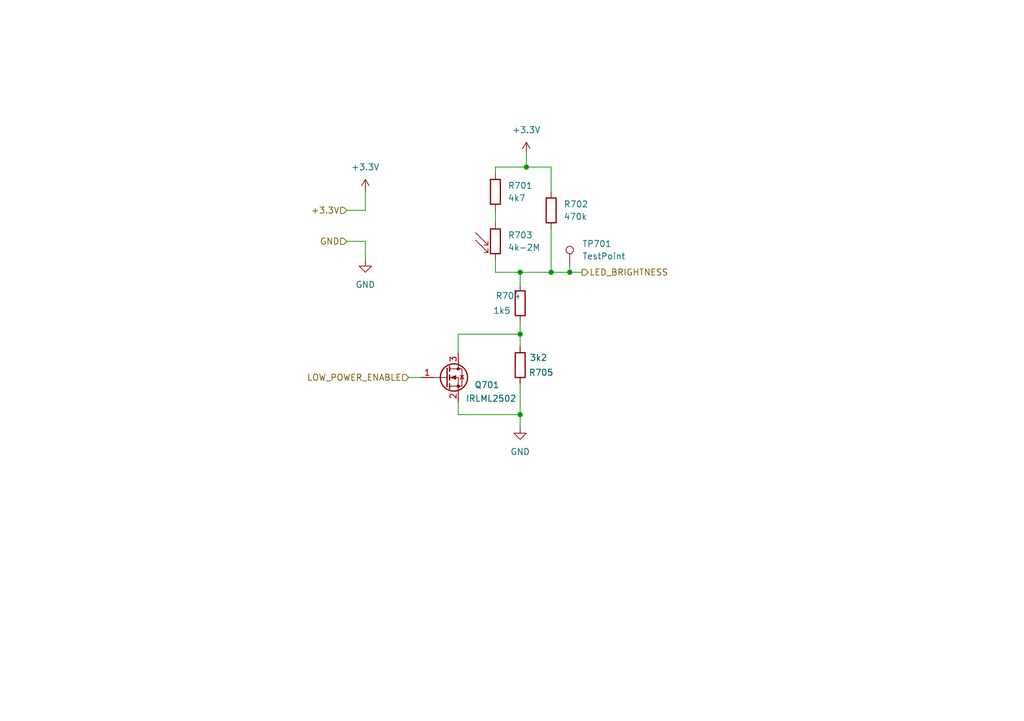
<source format=kicad_sch>
(kicad_sch (version 20250114) (generator "eeschema") (generator_version "9.0")
  (paper "A5")
  (lib_symbols
    (symbol "Connector:TestPoint" (pin_numbers (hide yes)) (pin_names (offset 0.762) (hide yes))
      (property "Reference" "TP" (at 0 6.858 0))
      (property "Value" "TestPoint" (at 0 5.08 0))
      (symbol "TestPoint_0_1"
        (circle (center 0 3.302) (radius 0.762))
      )
      (symbol "TestPoint_1_1"
        (pin passive line (at 0 0 90) (length 2.54) (name "1") (number "1"))
      )
    )
    (symbol "Device:R" (pin_numbers (hide yes)) (pin_names (offset 0))
      (property "Reference" "R" (at 2.032 0 90))
      (property "Value" "R" (at 0 0 90))
      (symbol "R_0_1"
        (rectangle (start -1.016 -2.54) (end 1.016 2.54) (stroke (width 0.254)))
      )
      (symbol "R_1_1"
        (pin passive line (at 0 3.81 270) (length 1.27) (name "~") (number "1"))
        (pin passive line (at 0 -3.81 90) (length 1.27) (name "~") (number "2"))
      )
    )
    (symbol "Device:R_Photo" (pin_numbers (hide yes)) (pin_names (offset 0))
      (property "Reference" "R" (at 1.27 1.27 0))
      (property "Value" "R_Photo" (at 1.27 0 0))
      (symbol "R_Photo_0_1"
        (polyline (pts (xy -1.524 -0.762) (xy -4.064 1.778)))
        (polyline (pts (xy -1.524 -0.762) (xy -2.286 -0.762)))
        (polyline (pts (xy -1.524 -0.762) (xy -1.524 0)))
        (polyline (pts (xy -1.524 -2.286) (xy -4.064 0.254)))
        (polyline (pts (xy -1.524 -2.286) (xy -2.286 -2.286)))
        (polyline (pts (xy -1.524 -2.286) (xy -1.524 -1.524)))
        (rectangle (start -1.016 2.54) (end 1.016 -2.54) (stroke (width 0.254)))
      )
      (symbol "R_Photo_1_1"
        (pin passive line (at 0 3.81 270) (length 1.27) (name "~") (number "1"))
        (pin passive line (at 0 -3.81 90) (length 1.27) (name "~") (number "2"))
      )
    )
    (symbol "Transistor_FET:IRLML2060" (pin_names (offset 0) (hide yes))
      (property "Reference" "Q" (at 5.08 1.905 0))
      (property "Value" "IRLML2060" (at 5.08 0 0))
      (symbol "IRLML2060_0_1"
        (polyline (pts (xy 0.254 1.905) (xy 0.254 -1.905)) (stroke (width 0.254)))
        (polyline (pts (xy 0.254 0) (xy -2.54 0)))
        (polyline (pts (xy 0.762 2.286) (xy 0.762 1.27)) (stroke (width 0.254)))
        (polyline (pts (xy 0.762 0.508) (xy 0.762 -0.508)) (stroke (width 0.254)))
        (polyline (pts (xy 0.762 -1.27) (xy 0.762 -2.286)) (stroke (width 0.254)))
        (polyline (pts (xy 0.762 -1.778) (xy 3.302 -1.778) (xy 3.302 1.778) (xy 0.762 1.778)))
        (polyline (pts (xy 1.016 0) (xy 2.032 0.381) (xy 2.032 -0.381) (xy 1.016 0)) (fill (type outline)))
        (circle (center 1.651 0) (radius 2.794) (stroke (width 0.254)))
        (polyline (pts (xy 2.54 2.54) (xy 2.54 1.778)))
        (circle (center 2.54 1.778) (radius 0.254) (fill (type outline)))
        (circle (center 2.54 -1.778) (radius 0.254) (fill (type outline)))
        (polyline (pts (xy 2.54 -2.54) (xy 2.54 0) (xy 0.762 0)))
        (polyline (pts (xy 2.921 0.381) (xy 3.683 0.381)))
        (polyline (pts (xy 3.302 0.381) (xy 2.921 -0.254) (xy 3.683 -0.254) (xy 3.302 0.381)))
      )
      (symbol "IRLML2060_1_1"
        (pin input line (at -5.08 0 0) (length 2.54) (name "G") (number "1"))
        (pin passive line (at 2.54 5.08 270) (length 2.54) (name "D") (number "3"))
        (pin passive line (at 2.54 -5.08 90) (length 2.54) (name "S") (number "2"))
      )
    )
    (symbol "power:+3.3V" (power) (pin_numbers (hide yes)) (pin_names (offset 0) (hide yes))
      (property "Value" "+3.3V" (at 0 3.556 0))
      (symbol "+3.3V_0_1"
        (polyline (pts (xy -0.762 1.27) (xy 0 2.54)))
        (polyline (pts (xy 0 2.54) (xy 0.762 1.27)))
        (polyline (pts (xy 0 0) (xy 0 2.54)))
      )
      (symbol "+3.3V_1_1"
        (pin power_in line (at 0 0 90) (length 0) (name "~") (number "1"))
      )
    )
    (symbol "power:GND" (power) (pin_numbers (hide yes)) (pin_names (offset 0) (hide yes))
      (property "Value" "GND" (at 0 -3.81 0))
      (symbol "GND_0_1"
        (polyline (pts (xy 0 0) (xy 0 -1.27) (xy 1.27 -1.27) (xy 0 -2.54) (xy -1.27 -1.27) (xy 0 -1.27)))
      )
      (symbol "GND_1_1"
        (pin power_in line (at 0 0 270) (length 0) (name "~") (number "1"))
      )
    )
  )
  (junction (at 107.95 34.29))
  (junction (at 106.68 55.88))
  (junction (at 113.03 55.88))
  (junction (at 106.68 85.09))
  (junction (at 116.84 55.88))
  (junction (at 106.68 68.58))
  (wire (pts (xy 106.68 55.88) (xy 113.03 55.88)))
  (wire (pts (xy 101.6 34.29) (xy 101.6 35.56)))
  (wire (pts (xy 113.03 34.29) (xy 107.95 34.29)))
  (wire (pts (xy 74.93 43.18) (xy 74.93 39.37)))
  (wire (pts (xy 74.93 49.53) (xy 74.93 53.34)))
  (wire (pts (xy 113.03 39.37) (xy 113.03 34.29)))
  (wire (pts (xy 116.84 54.61) (xy 116.84 55.88)))
  (wire (pts (xy 113.03 55.88) (xy 113.03 46.99)))
  (wire (pts (xy 106.68 78.74) (xy 106.68 85.09)))
  (wire (pts (xy 106.68 68.58) (xy 106.68 71.12)))
  (wire (pts (xy 101.6 34.29) (xy 107.95 34.29)))
  (wire (pts (xy 93.98 82.55) (xy 93.98 85.09)))
  (wire (pts (xy 71.12 49.53) (xy 74.93 49.53)))
  (wire (pts (xy 93.98 72.39) (xy 93.98 68.58)))
  (wire (pts (xy 71.12 43.18) (xy 74.93 43.18)))
  (wire (pts (xy 106.68 55.88) (xy 106.68 58.42)))
  (wire (pts (xy 101.6 55.88) (xy 106.68 55.88)))
  (wire (pts (xy 106.68 66.04) (xy 106.68 68.58)))
  (wire (pts (xy 83.82 77.47) (xy 86.36 77.47)))
  (wire (pts (xy 101.6 53.34) (xy 101.6 55.88)))
  (wire (pts (xy 106.68 85.09) (xy 106.68 87.63)))
  (wire (pts (xy 93.98 68.58) (xy 106.68 68.58)))
  (wire (pts (xy 116.84 55.88) (xy 119.38 55.88)))
  (wire (pts (xy 93.98 85.09) (xy 106.68 85.09)))
  (wire (pts (xy 101.6 43.18) (xy 101.6 45.72)))
  (wire (pts (xy 113.03 55.88) (xy 116.84 55.88)))
  (wire (pts (xy 107.95 31.75) (xy 107.95 34.29)))
  (hierarchical_label "LOW_POWER_ENABLE" (shape input) (at 83.82 77.47 180))
  (hierarchical_label "+3.3V" (shape input) (at 71.12 43.18 180))
  (hierarchical_label "LED_BRIGHTNESS" (shape output) (at 119.38 55.88 0))
  (hierarchical_label "GND" (shape input) (at 71.12 49.53 180))
  (symbol (lib_id "Transistor_FET:IRLML2060") (at 91.44 77.47 0) (unit 1)
    (property "Reference" "Q701" (at 97.282 78.994 0) (effects (justify left)))
    (property "Value" "IRLML2502" (at 95.504 81.788 0) (effects (justify left)))
    (property "Footprint" "Package_TO_SOT_SMD:SOT-23" (effects (hide yes)))
    (property "Datasheet" "https://www.infineon.com/dgdl/irlml2060pbf.pdf?fileId=5546d462533600a401535664b7fb25ee" (effects (hide yes)))
    (property "Description" "1.2A Id, 60V Vds, 480mOhm Rds, N-Channel HEXFET Power MOSFET, SOT-23" (effects (hide yes)))
  )
  (symbol (lib_id "Device:R") (at 106.68 62.23 0) (unit 1)
    (property "Reference" "R704" (at 101.6 60.706 0) (effects (justify left)))
    (property "Value" "1k5" (at 101.092 63.754 0) (effects (justify left)))
    (property "Footprint" "Resistor_SMD:R_0805_2012Metric" (effects (hide yes)))
    (property "Description" "Resistor" (effects (hide yes)))
  )
  (symbol (lib_id "Device:R_Photo") (at 101.6 49.53 0) (unit 1)
    (property "Reference" "R703" (at 104.14 48.2599 0) (effects (justify left)))
    (property "Value" "4k-2M" (at 104.14 50.7999 0) (effects (justify left)))
    (property "Footprint" "Resistor_THT:R_Axial_DIN0204_L3.6mm_D1.6mm_P1.90mm_Vertical" (effects (hide yes)))
    (property "Description" "Photoresistor" (effects (hide yes)))
  )
  (symbol (lib_id "power:+3.3V") (at 107.95 31.75 0) (unit 1)
    (property "Reference" "#PWR0701" (effects (hide yes)))
    (property "Value" "+3.3V" (at 107.95 26.67 0))
    (property "Description" "Power symbol creates a global label with name \"+3.3V\"" (effects (hide yes)))
  )
  (symbol (lib_id "power:GND") (at 74.93 53.34 0) (unit 1)
    (property "Reference" "#PWR0703" (effects (hide yes)))
    (property "Value" "GND" (at 74.93 58.42 0))
    (property "Description" "Power symbol creates a global label with name \"GND\" , ground" (effects (hide yes)))
  )
  (symbol (lib_id "Device:R") (at 101.6 39.37 0) (unit 1)
    (property "Reference" "R701" (at 104.14 38.0999 0) (effects (justify left)))
    (property "Value" "4k7" (at 104.14 40.6399 0) (effects (justify left)))
    (property "Footprint" "Resistor_SMD:R_0805_2012Metric" (effects (hide yes)))
    (property "Description" "Resistor" (effects (hide yes)))
  )
  (symbol (lib_id "Device:R") (at 113.03 43.18 0) (unit 1)
    (property "Reference" "R702" (at 115.57 41.9099 0) (effects (justify left)))
    (property "Value" "470k" (at 115.57 44.4499 0) (effects (justify left)))
    (property "Footprint" "Resistor_SMD:R_0805_2012Metric" (effects (hide yes)))
    (property "Description" "Resistor" (effects (hide yes)))
  )
  (symbol (lib_id "power:+3.3V") (at 74.93 39.37 0) (unit 1)
    (property "Reference" "#PWR0702" (effects (hide yes)))
    (property "Value" "+3.3V" (at 74.93 34.29 0))
    (property "Description" "Power symbol creates a global label with name \"+3.3V\"" (effects (hide yes)))
  )
  (symbol (lib_id "Device:R") (at 106.68 74.93 180) (unit 1)
    (property "Reference" "R705" (at 113.538 76.454 0) (effects (justify left)))
    (property "Value" "3k2" (at 112.268 73.406 0) (effects (justify left)))
    (property "Footprint" "Resistor_SMD:R_0805_2012Metric" (effects (hide yes)))
    (property "Description" "Resistor" (effects (hide yes)))
  )
  (symbol (lib_id "Connector:TestPoint") (at 116.84 54.61 0) (unit 1)
    (property "Reference" "TP701" (at 119.38 50.0379 0) (effects (justify left)))
    (property "Value" "TestPoint" (at 119.38 52.5779 0) (effects (justify left)))
    (property "Footprint" "TestPoint:TestPoint_THTPad_D1.5mm_Drill0.7mm" (effects (hide yes)))
    (property "Description" "test point" (effects (hide yes)))
  )
  (symbol (lib_id "power:GND") (at 106.68 87.63 0) (unit 1)
    (property "Reference" "#PWR0704" (effects (hide yes)))
    (property "Value" "GND" (at 106.68 92.71 0))
    (property "Description" "Power symbol creates a global label with name \"GND\" , ground" (effects (hide yes)))
  )
)
</source>
